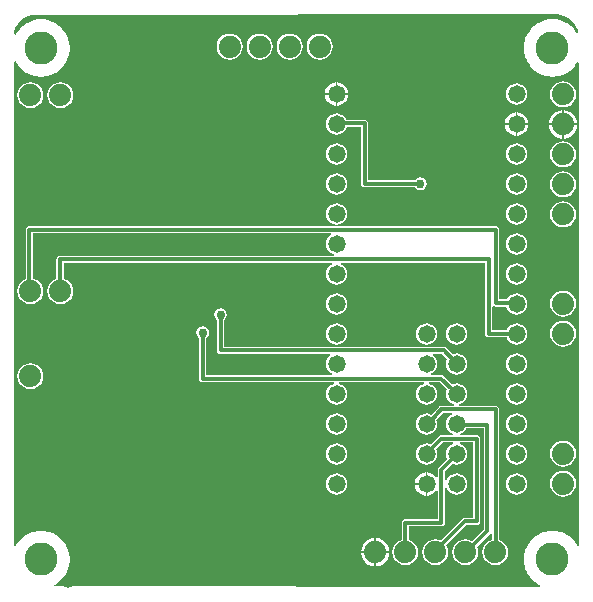
<source format=gbl>
G04*
G04 #@! TF.GenerationSoftware,Altium Limited,Altium Designer,21.6.1 (37)*
G04*
G04 Layer_Physical_Order=2*
G04 Layer_Color=16711680*
%FSLAX25Y25*%
%MOIN*%
G70*
G04*
G04 #@! TF.SameCoordinates,3D0E8F73-5774-4D33-84BA-408F2C82BF8C*
G04*
G04*
G04 #@! TF.FilePolarity,Positive*
G04*
G01*
G75*
%ADD29C,0.07400*%
%ADD30C,0.11024*%
%ADD31C,0.05800*%
%ADD32C,0.02362*%
%ADD33C,0.03937*%
%ADD34C,0.01181*%
%ADD35C,0.02978*%
G36*
X186319Y194474D02*
X187249Y194225D01*
X188138Y193856D01*
X188971Y193375D01*
X189735Y192789D01*
X190415Y192108D01*
X191001Y191345D01*
X191483Y190511D01*
X191851Y189622D01*
X192100Y188692D01*
X192111Y188608D01*
X191631Y188427D01*
X191101Y189220D01*
X190840Y189518D01*
X190599Y189831D01*
X189831Y190599D01*
X189518Y190840D01*
X189220Y191101D01*
X188317Y191704D01*
X187962Y191879D01*
X187620Y192077D01*
X186617Y192493D01*
X186234Y192595D01*
X185860Y192722D01*
X184795Y192934D01*
X184400Y192960D01*
X184008Y193011D01*
X182922D01*
X182530Y192960D01*
X182135Y192934D01*
X181070Y192722D01*
X180695Y192595D01*
X180313Y192493D01*
X179310Y192077D01*
X178967Y191879D01*
X178613Y191704D01*
X177710Y191101D01*
X177412Y190840D01*
X177099Y190599D01*
X176331Y189831D01*
X176090Y189518D01*
X175829Y189220D01*
X175226Y188317D01*
X175051Y187962D01*
X174853Y187620D01*
X174437Y186617D01*
X174335Y186234D01*
X174208Y185860D01*
X173996Y184795D01*
X173970Y184400D01*
X173918Y184008D01*
Y182922D01*
X173970Y182530D01*
X173996Y182135D01*
X174208Y181070D01*
X174335Y180695D01*
X174437Y180313D01*
X174853Y179310D01*
X175051Y178967D01*
X175226Y178613D01*
X175829Y177710D01*
X176090Y177412D01*
X176331Y177099D01*
X177099Y176331D01*
X177412Y176090D01*
X177710Y175829D01*
X178613Y175226D01*
X178967Y175051D01*
X179310Y174853D01*
X180313Y174437D01*
X180695Y174335D01*
X181070Y174208D01*
X182135Y173996D01*
X182530Y173970D01*
X182922Y173918D01*
X184008D01*
X184400Y173970D01*
X184795Y173996D01*
X185860Y174208D01*
X186234Y174335D01*
X186617Y174437D01*
X187620Y174853D01*
X187963Y175051D01*
X188317Y175226D01*
X189220Y175829D01*
X189518Y176090D01*
X189831Y176331D01*
X190599Y177099D01*
X190840Y177412D01*
X191101Y177710D01*
X191704Y178613D01*
X191738Y178682D01*
X192238Y178565D01*
X192473Y17461D01*
X191973Y17327D01*
X191879Y17490D01*
X191704Y17844D01*
X191101Y18747D01*
X190840Y19045D01*
X190599Y19358D01*
X189831Y20126D01*
X189518Y20367D01*
X189220Y20628D01*
X188317Y21231D01*
X187962Y21406D01*
X187620Y21604D01*
X186617Y22020D01*
X186234Y22122D01*
X185860Y22249D01*
X184795Y22461D01*
X184400Y22487D01*
X184008Y22538D01*
X182922D01*
X182530Y22487D01*
X182135Y22461D01*
X181070Y22249D01*
X180695Y22122D01*
X180313Y22020D01*
X179310Y21604D01*
X178967Y21406D01*
X178613Y21231D01*
X177710Y20628D01*
X177412Y20367D01*
X177099Y20126D01*
X176331Y19358D01*
X176090Y19045D01*
X175829Y18747D01*
X175226Y17844D01*
X175051Y17490D01*
X174853Y17147D01*
X174437Y16144D01*
X174335Y15762D01*
X174208Y15387D01*
X173996Y14322D01*
X173970Y13927D01*
X173918Y13535D01*
Y12449D01*
X173970Y12057D01*
X173996Y11662D01*
X174208Y10597D01*
X174335Y10222D01*
X174437Y9840D01*
X174853Y8837D01*
X175051Y8494D01*
X175226Y8140D01*
X175829Y7237D01*
X176090Y6939D01*
X176331Y6626D01*
X177099Y5858D01*
X177412Y5617D01*
X177710Y5356D01*
X178613Y4753D01*
X178967Y4578D01*
X179310Y4380D01*
X179404Y4341D01*
X179304Y3841D01*
X17537Y4028D01*
X17404Y4528D01*
X17490Y4578D01*
X17844Y4753D01*
X18747Y5356D01*
X19045Y5617D01*
X19358Y5858D01*
X20126Y6626D01*
X20367Y6939D01*
X20628Y7237D01*
X21231Y8140D01*
X21406Y8495D01*
X21604Y8837D01*
X22020Y9840D01*
X22122Y10222D01*
X22249Y10597D01*
X22461Y11662D01*
X22487Y12057D01*
X22538Y12449D01*
Y13535D01*
X22487Y13927D01*
X22461Y14322D01*
X22249Y15387D01*
X22122Y15762D01*
X22020Y16144D01*
X21604Y17147D01*
X21406Y17490D01*
X21231Y17844D01*
X20628Y18747D01*
X20367Y19045D01*
X20126Y19358D01*
X19358Y20126D01*
X19045Y20367D01*
X18747Y20628D01*
X17844Y21231D01*
X17490Y21406D01*
X17147Y21604D01*
X16144Y22020D01*
X15761Y22122D01*
X15387Y22249D01*
X14322Y22461D01*
X13927Y22487D01*
X13535Y22538D01*
X12449D01*
X12057Y22487D01*
X11662Y22461D01*
X10597Y22249D01*
X10222Y22122D01*
X9840Y22020D01*
X8837Y21604D01*
X8494Y21406D01*
X8140Y21231D01*
X7237Y20628D01*
X6939Y20367D01*
X6626Y20126D01*
X5858Y19358D01*
X5617Y19045D01*
X5356Y18747D01*
X4753Y17844D01*
X4578Y17490D01*
X4536Y17417D01*
X4036Y17551D01*
X4033Y178911D01*
X4533Y179045D01*
X4578Y178967D01*
X4753Y178613D01*
X5356Y177710D01*
X5617Y177412D01*
X5858Y177099D01*
X6626Y176331D01*
X6939Y176090D01*
X7237Y175829D01*
X8140Y175226D01*
X8495Y175051D01*
X8837Y174853D01*
X9840Y174437D01*
X10222Y174335D01*
X10597Y174208D01*
X11662Y173996D01*
X12057Y173970D01*
X12449Y173918D01*
X13535D01*
X13927Y173970D01*
X14322Y173996D01*
X15387Y174208D01*
X15762Y174335D01*
X16144Y174437D01*
X17147Y174853D01*
X17490Y175051D01*
X17844Y175226D01*
X18747Y175829D01*
X19045Y176090D01*
X19358Y176331D01*
X20126Y177099D01*
X20367Y177412D01*
X20628Y177710D01*
X21231Y178613D01*
X21406Y178967D01*
X21604Y179310D01*
X22020Y180313D01*
X22122Y180695D01*
X22249Y181070D01*
X22461Y182135D01*
X22487Y182530D01*
X22538Y182922D01*
Y184008D01*
X22487Y184400D01*
X22461Y184795D01*
X22249Y185860D01*
X22122Y186234D01*
X22020Y186617D01*
X21604Y187620D01*
X21406Y187963D01*
X21231Y188317D01*
X20628Y189220D01*
X20367Y189518D01*
X20126Y189831D01*
X19358Y190599D01*
X19045Y190840D01*
X18747Y191101D01*
X17844Y191704D01*
X17490Y191879D01*
X17147Y192077D01*
X16144Y192493D01*
X15761Y192595D01*
X15387Y192722D01*
X14322Y192934D01*
X13927Y192960D01*
X13535Y193011D01*
X12449D01*
X12057Y192960D01*
X11662Y192934D01*
X10597Y192722D01*
X10222Y192595D01*
X9840Y192493D01*
X8837Y192077D01*
X8494Y191879D01*
X8140Y191704D01*
X7237Y191101D01*
X6939Y190840D01*
X6626Y190599D01*
X5858Y189831D01*
X5617Y189518D01*
X5356Y189220D01*
X4753Y188317D01*
X4578Y187962D01*
X4533Y187885D01*
X4033Y188019D01*
X4033Y188116D01*
X4151Y189015D01*
X4386Y189891D01*
X4733Y190728D01*
X5187Y191514D01*
X5738Y192233D01*
X6380Y192874D01*
X7099Y193426D01*
X7885Y193880D01*
X8722Y194227D01*
X9598Y194462D01*
X10497Y194580D01*
X10951Y194580D01*
X10951Y194580D01*
X10951Y194580D01*
X184884Y194599D01*
X185364Y194599D01*
X186319Y194474D01*
D02*
G37*
%LPC*%
G36*
X105827Y188195D02*
X104704Y188048D01*
X103658Y187614D01*
X102760Y186925D01*
X102071Y186027D01*
X101637Y184981D01*
X101490Y183858D01*
X101637Y182736D01*
X102071Y181690D01*
X102760Y180791D01*
X103658Y180102D01*
X104704Y179669D01*
X105827Y179521D01*
X106949Y179669D01*
X107995Y180102D01*
X108894Y180791D01*
X109583Y181690D01*
X110016Y182736D01*
X110164Y183858D01*
X110016Y184981D01*
X109583Y186027D01*
X108894Y186925D01*
X107995Y187614D01*
X106949Y188048D01*
X105827Y188195D01*
D02*
G37*
G36*
X95827D02*
X94704Y188048D01*
X93658Y187614D01*
X92760Y186925D01*
X92071Y186027D01*
X91637Y184981D01*
X91490Y183858D01*
X91637Y182736D01*
X92071Y181690D01*
X92760Y180791D01*
X93658Y180102D01*
X94704Y179669D01*
X95827Y179521D01*
X96949Y179669D01*
X97995Y180102D01*
X98894Y180791D01*
X99583Y181690D01*
X100016Y182736D01*
X100164Y183858D01*
X100016Y184981D01*
X99583Y186027D01*
X98894Y186925D01*
X97995Y187614D01*
X96949Y188048D01*
X95827Y188195D01*
D02*
G37*
G36*
X85827D02*
X84704Y188048D01*
X83658Y187614D01*
X82760Y186925D01*
X82071Y186027D01*
X81638Y184981D01*
X81490Y183858D01*
X81638Y182736D01*
X82071Y181690D01*
X82760Y180791D01*
X83658Y180102D01*
X84704Y179669D01*
X85827Y179521D01*
X86949Y179669D01*
X87995Y180102D01*
X88894Y180791D01*
X89583Y181690D01*
X90016Y182736D01*
X90164Y183858D01*
X90016Y184981D01*
X89583Y186027D01*
X88894Y186925D01*
X87995Y187614D01*
X86949Y188048D01*
X85827Y188195D01*
D02*
G37*
G36*
X75827D02*
X74704Y188048D01*
X73658Y187614D01*
X72760Y186925D01*
X72071Y186027D01*
X71637Y184981D01*
X71490Y183858D01*
X71637Y182736D01*
X72071Y181690D01*
X72760Y180791D01*
X73658Y180102D01*
X74704Y179669D01*
X75827Y179521D01*
X76949Y179669D01*
X77995Y180102D01*
X78894Y180791D01*
X79583Y181690D01*
X80016Y182736D01*
X80164Y183858D01*
X80016Y184981D01*
X79583Y186027D01*
X78894Y186925D01*
X77995Y187614D01*
X76949Y188048D01*
X75827Y188195D01*
D02*
G37*
G36*
X111796Y172004D02*
Y168410D01*
X115390D01*
X115296Y169128D01*
X114903Y170077D01*
X114278Y170891D01*
X113463Y171517D01*
X112514Y171910D01*
X111796Y172004D01*
D02*
G37*
G36*
X111196D02*
X110478Y171910D01*
X109529Y171517D01*
X108714Y170891D01*
X108089Y170077D01*
X107696Y169128D01*
X107602Y168410D01*
X111196D01*
Y172004D01*
D02*
G37*
G36*
X171496Y171640D02*
X170582Y171520D01*
X169731Y171167D01*
X169000Y170606D01*
X168439Y169875D01*
X168086Y169024D01*
X167966Y168110D01*
X168086Y167196D01*
X168439Y166345D01*
X169000Y165614D01*
X169731Y165053D01*
X170582Y164700D01*
X171496Y164580D01*
X172410Y164700D01*
X173261Y165053D01*
X173992Y165614D01*
X174553Y166345D01*
X174906Y167196D01*
X175026Y168110D01*
X174906Y169024D01*
X174553Y169875D01*
X173992Y170606D01*
X173261Y171167D01*
X172410Y171520D01*
X171496Y171640D01*
D02*
G37*
G36*
X115390Y167810D02*
X111796D01*
Y164216D01*
X112514Y164310D01*
X113463Y164703D01*
X114278Y165329D01*
X114903Y166143D01*
X115296Y167092D01*
X115390Y167810D01*
D02*
G37*
G36*
X111196D02*
X107602D01*
X107696Y167092D01*
X108089Y166143D01*
X108714Y165329D01*
X109529Y164703D01*
X110478Y164310D01*
X111196Y164216D01*
Y167810D01*
D02*
G37*
G36*
X187008Y172290D02*
X185886Y172142D01*
X184839Y171709D01*
X183941Y171020D01*
X183252Y170122D01*
X182819Y169076D01*
X182671Y167953D01*
X182819Y166831D01*
X183252Y165784D01*
X183941Y164886D01*
X184839Y164197D01*
X185886Y163764D01*
X187008Y163616D01*
X188130Y163764D01*
X189176Y164197D01*
X190075Y164886D01*
X190764Y165784D01*
X191197Y166831D01*
X191345Y167953D01*
X191197Y169076D01*
X190764Y170122D01*
X190075Y171020D01*
X189176Y171709D01*
X188130Y172142D01*
X187008Y172290D01*
D02*
G37*
G36*
X19449Y172054D02*
X18327Y171906D01*
X17280Y171473D01*
X16382Y170784D01*
X15693Y169886D01*
X15260Y168840D01*
X15112Y167717D01*
X15260Y166595D01*
X15693Y165549D01*
X16382Y164650D01*
X17280Y163961D01*
X18327Y163528D01*
X19449Y163380D01*
X20572Y163528D01*
X21618Y163961D01*
X22516Y164650D01*
X23205Y165549D01*
X23638Y166595D01*
X23786Y167717D01*
X23638Y168840D01*
X23205Y169886D01*
X22516Y170784D01*
X21618Y171473D01*
X20572Y171906D01*
X19449Y172054D01*
D02*
G37*
G36*
X9449D02*
X8326Y171906D01*
X7281Y171473D01*
X6382Y170784D01*
X5693Y169886D01*
X5260Y168840D01*
X5112Y167717D01*
X5260Y166595D01*
X5693Y165549D01*
X6382Y164650D01*
X7281Y163961D01*
X8326Y163528D01*
X9449Y163380D01*
X10571Y163528D01*
X11618Y163961D01*
X12516Y164650D01*
X13205Y165549D01*
X13638Y166595D01*
X13786Y167717D01*
X13638Y168840D01*
X13205Y169886D01*
X12516Y170784D01*
X11618Y171473D01*
X10571Y171906D01*
X9449Y172054D01*
D02*
G37*
G36*
X171796Y162004D02*
Y158410D01*
X175390D01*
X175296Y159128D01*
X174903Y160077D01*
X174277Y160891D01*
X173463Y161517D01*
X172514Y161910D01*
X171796Y162004D01*
D02*
G37*
G36*
X171196D02*
X170478Y161910D01*
X169529Y161517D01*
X168714Y160891D01*
X168089Y160077D01*
X167696Y159128D01*
X167602Y158410D01*
X171196D01*
Y162004D01*
D02*
G37*
G36*
X187308Y162654D02*
Y158253D01*
X191709D01*
X191587Y159180D01*
X191113Y160323D01*
X190360Y161305D01*
X189378Y162058D01*
X188235Y162532D01*
X187308Y162654D01*
D02*
G37*
G36*
X186708D02*
X185781Y162532D01*
X184638Y162058D01*
X183656Y161305D01*
X182903Y160323D01*
X182429Y159180D01*
X182307Y158253D01*
X186708D01*
Y162654D01*
D02*
G37*
G36*
X175390Y157810D02*
X171796D01*
Y154216D01*
X172514Y154310D01*
X173463Y154703D01*
X174277Y155329D01*
X174903Y156143D01*
X175296Y157092D01*
X175390Y157810D01*
D02*
G37*
G36*
X171196D02*
X167602D01*
X167696Y157092D01*
X168089Y156143D01*
X168714Y155329D01*
X169529Y154703D01*
X170478Y154310D01*
X171196Y154216D01*
Y157810D01*
D02*
G37*
G36*
X191709Y157653D02*
X187308D01*
Y153252D01*
X188235Y153374D01*
X189378Y153848D01*
X190360Y154601D01*
X191113Y155583D01*
X191587Y156726D01*
X191709Y157653D01*
D02*
G37*
G36*
X186708D02*
X182307D01*
X182429Y156726D01*
X182903Y155583D01*
X183656Y154601D01*
X184638Y153848D01*
X185781Y153374D01*
X186708Y153252D01*
Y157653D01*
D02*
G37*
G36*
X171496Y151640D02*
X170582Y151520D01*
X169731Y151167D01*
X169000Y150606D01*
X168439Y149875D01*
X168086Y149024D01*
X167966Y148110D01*
X168086Y147196D01*
X168439Y146345D01*
X169000Y145614D01*
X169731Y145053D01*
X170582Y144700D01*
X171496Y144580D01*
X172410Y144700D01*
X173261Y145053D01*
X173992Y145614D01*
X174553Y146345D01*
X174906Y147196D01*
X175026Y148110D01*
X174906Y149024D01*
X174553Y149875D01*
X173992Y150606D01*
X173261Y151167D01*
X172410Y151520D01*
X171496Y151640D01*
D02*
G37*
G36*
X111496D02*
X110582Y151520D01*
X109731Y151167D01*
X109000Y150606D01*
X108439Y149875D01*
X108086Y149024D01*
X107966Y148110D01*
X108086Y147196D01*
X108439Y146345D01*
X109000Y145614D01*
X109731Y145053D01*
X110582Y144700D01*
X111496Y144580D01*
X112410Y144700D01*
X113261Y145053D01*
X113992Y145614D01*
X114553Y146345D01*
X114906Y147196D01*
X115026Y148110D01*
X114906Y149024D01*
X114553Y149875D01*
X113992Y150606D01*
X113261Y151167D01*
X112410Y151520D01*
X111496Y151640D01*
D02*
G37*
G36*
X187008Y152290D02*
X185886Y152142D01*
X184839Y151709D01*
X183941Y151020D01*
X183252Y150122D01*
X182819Y149075D01*
X182671Y147953D01*
X182819Y146830D01*
X183252Y145784D01*
X183941Y144886D01*
X184839Y144197D01*
X185886Y143764D01*
X187008Y143616D01*
X188130Y143764D01*
X189176Y144197D01*
X190075Y144886D01*
X190764Y145784D01*
X191197Y146830D01*
X191345Y147953D01*
X191197Y149075D01*
X190764Y150122D01*
X190075Y151020D01*
X189176Y151709D01*
X188130Y152142D01*
X187008Y152290D01*
D02*
G37*
G36*
X111496Y161640D02*
X110582Y161520D01*
X109731Y161167D01*
X109000Y160606D01*
X108439Y159875D01*
X108086Y159024D01*
X107966Y158110D01*
X108086Y157196D01*
X108439Y156345D01*
X109000Y155614D01*
X109731Y155053D01*
X110582Y154700D01*
X111496Y154580D01*
X112410Y154700D01*
X113261Y155053D01*
X113992Y155614D01*
X114553Y156345D01*
X114847Y157054D01*
X119652D01*
Y138189D01*
X119745Y137724D01*
X120008Y137331D01*
X120402Y137067D01*
X120866Y136975D01*
X137669D01*
X137864Y136683D01*
X138555Y136221D01*
X139370Y136059D01*
X140185Y136221D01*
X140876Y136683D01*
X141338Y137374D01*
X141500Y138189D01*
X141338Y139004D01*
X140876Y139695D01*
X140185Y140157D01*
X139370Y140319D01*
X138555Y140157D01*
X137864Y139695D01*
X137669Y139403D01*
X122080D01*
Y158268D01*
X121987Y158732D01*
X121724Y159126D01*
X121330Y159389D01*
X120866Y159482D01*
X114716D01*
X114553Y159875D01*
X113992Y160606D01*
X113261Y161167D01*
X112410Y161520D01*
X111496Y161640D01*
D02*
G37*
G36*
X171496Y141640D02*
X170582Y141520D01*
X169731Y141167D01*
X169000Y140606D01*
X168439Y139875D01*
X168086Y139024D01*
X167966Y138110D01*
X168086Y137196D01*
X168439Y136345D01*
X169000Y135614D01*
X169731Y135053D01*
X170582Y134700D01*
X171496Y134580D01*
X172410Y134700D01*
X173261Y135053D01*
X173992Y135614D01*
X174553Y136345D01*
X174906Y137196D01*
X175026Y138110D01*
X174906Y139024D01*
X174553Y139875D01*
X173992Y140606D01*
X173261Y141167D01*
X172410Y141520D01*
X171496Y141640D01*
D02*
G37*
G36*
X111496D02*
X110582Y141520D01*
X109731Y141167D01*
X109000Y140606D01*
X108439Y139875D01*
X108086Y139024D01*
X107966Y138110D01*
X108086Y137196D01*
X108439Y136345D01*
X109000Y135614D01*
X109731Y135053D01*
X110582Y134700D01*
X111496Y134580D01*
X112410Y134700D01*
X113261Y135053D01*
X113992Y135614D01*
X114553Y136345D01*
X114906Y137196D01*
X115026Y138110D01*
X114906Y139024D01*
X114553Y139875D01*
X113992Y140606D01*
X113261Y141167D01*
X112410Y141520D01*
X111496Y141640D01*
D02*
G37*
G36*
X187008Y142290D02*
X185886Y142142D01*
X184839Y141709D01*
X183941Y141020D01*
X183252Y140122D01*
X182819Y139076D01*
X182671Y137953D01*
X182819Y136830D01*
X183252Y135784D01*
X183941Y134886D01*
X184839Y134197D01*
X185886Y133764D01*
X187008Y133616D01*
X188130Y133764D01*
X189176Y134197D01*
X190075Y134886D01*
X190764Y135784D01*
X191197Y136830D01*
X191345Y137953D01*
X191197Y139076D01*
X190764Y140122D01*
X190075Y141020D01*
X189176Y141709D01*
X188130Y142142D01*
X187008Y142290D01*
D02*
G37*
G36*
X171496Y131640D02*
X170582Y131520D01*
X169731Y131167D01*
X169000Y130606D01*
X168439Y129875D01*
X168086Y129024D01*
X167966Y128110D01*
X168086Y127196D01*
X168439Y126345D01*
X169000Y125614D01*
X169731Y125053D01*
X170582Y124700D01*
X171496Y124580D01*
X172410Y124700D01*
X173261Y125053D01*
X173992Y125614D01*
X174553Y126345D01*
X174906Y127196D01*
X175026Y128110D01*
X174906Y129024D01*
X174553Y129875D01*
X173992Y130606D01*
X173261Y131167D01*
X172410Y131520D01*
X171496Y131640D01*
D02*
G37*
G36*
X111496D02*
X110582Y131520D01*
X109731Y131167D01*
X109000Y130606D01*
X108439Y129875D01*
X108086Y129024D01*
X107966Y128110D01*
X108086Y127196D01*
X108439Y126345D01*
X109000Y125614D01*
X109731Y125053D01*
X110582Y124700D01*
X111496Y124580D01*
X112410Y124700D01*
X113261Y125053D01*
X113992Y125614D01*
X114553Y126345D01*
X114906Y127196D01*
X115026Y128110D01*
X114906Y129024D01*
X114553Y129875D01*
X113992Y130606D01*
X113261Y131167D01*
X112410Y131520D01*
X111496Y131640D01*
D02*
G37*
G36*
X187008Y132290D02*
X185886Y132142D01*
X184839Y131709D01*
X183941Y131020D01*
X183252Y130122D01*
X182819Y129076D01*
X182671Y127953D01*
X182819Y126830D01*
X183252Y125784D01*
X183941Y124886D01*
X184839Y124197D01*
X185886Y123764D01*
X187008Y123616D01*
X188130Y123764D01*
X189176Y124197D01*
X190075Y124886D01*
X190764Y125784D01*
X191197Y126830D01*
X191345Y127953D01*
X191197Y129076D01*
X190764Y130122D01*
X190075Y131020D01*
X189176Y131709D01*
X188130Y132142D01*
X187008Y132290D01*
D02*
G37*
G36*
X171496Y121640D02*
X170582Y121520D01*
X169731Y121167D01*
X169000Y120606D01*
X168439Y119875D01*
X168086Y119024D01*
X167966Y118110D01*
X168086Y117196D01*
X168439Y116345D01*
X169000Y115614D01*
X169731Y115053D01*
X170582Y114700D01*
X171496Y114580D01*
X172410Y114700D01*
X173261Y115053D01*
X173992Y115614D01*
X174553Y116345D01*
X174906Y117196D01*
X175026Y118110D01*
X174906Y119024D01*
X174553Y119875D01*
X173992Y120606D01*
X173261Y121167D01*
X172410Y121520D01*
X171496Y121640D01*
D02*
G37*
G36*
Y111640D02*
X170582Y111520D01*
X169731Y111167D01*
X169000Y110606D01*
X168439Y109875D01*
X168086Y109024D01*
X167966Y108110D01*
X168086Y107196D01*
X168439Y106345D01*
X169000Y105614D01*
X169731Y105053D01*
X170582Y104700D01*
X171496Y104580D01*
X172410Y104700D01*
X173261Y105053D01*
X173992Y105614D01*
X174553Y106345D01*
X174906Y107196D01*
X175026Y108110D01*
X174906Y109024D01*
X174553Y109875D01*
X173992Y110606D01*
X173261Y111167D01*
X172410Y111520D01*
X171496Y111640D01*
D02*
G37*
G36*
X164567Y124049D02*
X9055D01*
X8591Y123957D01*
X8197Y123693D01*
X7933Y123300D01*
X7841Y122835D01*
Y106350D01*
X7281Y106118D01*
X6382Y105429D01*
X5693Y104531D01*
X5260Y103484D01*
X5112Y102362D01*
X5260Y101240D01*
X5693Y100193D01*
X6382Y99295D01*
X7281Y98606D01*
X8326Y98173D01*
X9449Y98025D01*
X10571Y98173D01*
X11618Y98606D01*
X12516Y99295D01*
X13205Y100193D01*
X13638Y101240D01*
X13786Y102362D01*
X13638Y103484D01*
X13205Y104531D01*
X12516Y105429D01*
X11618Y106118D01*
X10571Y106551D01*
X10269Y106591D01*
Y121621D01*
X109531D01*
X109658Y121334D01*
X109671Y121121D01*
X109000Y120606D01*
X108439Y119875D01*
X108086Y119024D01*
X107966Y118110D01*
X108086Y117196D01*
X108439Y116345D01*
X109000Y115614D01*
X109731Y115053D01*
X110582Y114700D01*
X110514Y114206D01*
X19291D01*
X18826Y114113D01*
X18433Y113850D01*
X18169Y113456D01*
X18077Y112992D01*
Y106448D01*
X17280Y106118D01*
X16382Y105429D01*
X15693Y104531D01*
X15260Y103484D01*
X15112Y102362D01*
X15260Y101240D01*
X15693Y100193D01*
X16382Y99295D01*
X17280Y98606D01*
X18327Y98173D01*
X19449Y98025D01*
X20572Y98173D01*
X21618Y98606D01*
X22516Y99295D01*
X23205Y100193D01*
X23638Y101240D01*
X23786Y102362D01*
X23638Y103484D01*
X23205Y104531D01*
X22516Y105429D01*
X21618Y106118D01*
X20572Y106551D01*
X20505Y106560D01*
Y111778D01*
X109899D01*
X109999Y111278D01*
X109731Y111167D01*
X109000Y110606D01*
X108439Y109875D01*
X108086Y109024D01*
X107966Y108110D01*
X108086Y107196D01*
X108439Y106345D01*
X109000Y105614D01*
X109731Y105053D01*
X110582Y104700D01*
X111496Y104580D01*
X112410Y104700D01*
X113261Y105053D01*
X113992Y105614D01*
X114553Y106345D01*
X114906Y107196D01*
X115026Y108110D01*
X114906Y109024D01*
X114553Y109875D01*
X113992Y110606D01*
X113261Y111167D01*
X112993Y111278D01*
X113093Y111778D01*
X160991D01*
Y88189D01*
X161083Y87725D01*
X161347Y87331D01*
X161741Y87068D01*
X162205Y86975D01*
X168178D01*
X168439Y86345D01*
X169000Y85614D01*
X169731Y85053D01*
X170582Y84700D01*
X171496Y84580D01*
X172410Y84700D01*
X173261Y85053D01*
X173992Y85614D01*
X174553Y86345D01*
X174906Y87196D01*
X175026Y88110D01*
X174906Y89024D01*
X174553Y89875D01*
X173992Y90606D01*
X173261Y91167D01*
X172410Y91520D01*
X171496Y91640D01*
X170582Y91520D01*
X169731Y91167D01*
X169000Y90606D01*
X168439Y89875D01*
X168243Y89403D01*
X163419D01*
Y97169D01*
X163919Y97426D01*
X164102Y97303D01*
X164567Y97211D01*
X168084D01*
X168086Y97196D01*
X168439Y96345D01*
X169000Y95614D01*
X169731Y95053D01*
X170582Y94700D01*
X171496Y94580D01*
X172410Y94700D01*
X173261Y95053D01*
X173992Y95614D01*
X174553Y96345D01*
X174906Y97196D01*
X175026Y98110D01*
X174906Y99024D01*
X174553Y99875D01*
X173992Y100606D01*
X173261Y101167D01*
X172410Y101520D01*
X171496Y101640D01*
X170582Y101520D01*
X169731Y101167D01*
X169000Y100606D01*
X168439Y99875D01*
X168341Y99639D01*
X165781D01*
Y122835D01*
X165689Y123300D01*
X165425Y123693D01*
X165032Y123957D01*
X164567Y124049D01*
D02*
G37*
G36*
X111496Y101640D02*
X110582Y101520D01*
X109731Y101167D01*
X109000Y100606D01*
X108439Y99875D01*
X108086Y99024D01*
X107966Y98110D01*
X108086Y97196D01*
X108439Y96345D01*
X109000Y95614D01*
X109731Y95053D01*
X110582Y94700D01*
X111496Y94580D01*
X112410Y94700D01*
X113261Y95053D01*
X113992Y95614D01*
X114553Y96345D01*
X114906Y97196D01*
X115026Y98110D01*
X114906Y99024D01*
X114553Y99875D01*
X113992Y100606D01*
X113261Y101167D01*
X112410Y101520D01*
X111496Y101640D01*
D02*
G37*
G36*
X187008Y102526D02*
X185886Y102378D01*
X184839Y101945D01*
X183941Y101256D01*
X183252Y100358D01*
X182819Y99312D01*
X182671Y98189D01*
X182819Y97066D01*
X183252Y96021D01*
X183941Y95122D01*
X184839Y94433D01*
X185886Y94000D01*
X187008Y93852D01*
X188130Y94000D01*
X189176Y94433D01*
X190075Y95122D01*
X190764Y96021D01*
X191197Y97066D01*
X191345Y98189D01*
X191197Y99312D01*
X190764Y100358D01*
X190075Y101256D01*
X189176Y101945D01*
X188130Y102378D01*
X187008Y102526D01*
D02*
G37*
G36*
X151496Y91640D02*
X150582Y91520D01*
X149731Y91167D01*
X149000Y90606D01*
X148439Y89875D01*
X148086Y89024D01*
X147966Y88110D01*
X148086Y87196D01*
X148439Y86345D01*
X149000Y85614D01*
X149731Y85053D01*
X150582Y84700D01*
X151496Y84580D01*
X152410Y84700D01*
X153261Y85053D01*
X153992Y85614D01*
X154553Y86345D01*
X154906Y87196D01*
X155026Y88110D01*
X154906Y89024D01*
X154553Y89875D01*
X153992Y90606D01*
X153261Y91167D01*
X152410Y91520D01*
X151496Y91640D01*
D02*
G37*
G36*
X141496D02*
X140582Y91520D01*
X139731Y91167D01*
X139000Y90606D01*
X138439Y89875D01*
X138086Y89024D01*
X137966Y88110D01*
X138086Y87196D01*
X138439Y86345D01*
X139000Y85614D01*
X139731Y85053D01*
X140582Y84700D01*
X141496Y84580D01*
X142410Y84700D01*
X143261Y85053D01*
X143992Y85614D01*
X144553Y86345D01*
X144906Y87196D01*
X145026Y88110D01*
X144906Y89024D01*
X144553Y89875D01*
X143992Y90606D01*
X143261Y91167D01*
X142410Y91520D01*
X141496Y91640D01*
D02*
G37*
G36*
X111496D02*
X110582Y91520D01*
X109731Y91167D01*
X109000Y90606D01*
X108439Y89875D01*
X108086Y89024D01*
X107966Y88110D01*
X108086Y87196D01*
X108439Y86345D01*
X109000Y85614D01*
X109731Y85053D01*
X110582Y84700D01*
X111496Y84580D01*
X112410Y84700D01*
X113261Y85053D01*
X113992Y85614D01*
X114553Y86345D01*
X114906Y87196D01*
X115026Y88110D01*
X114906Y89024D01*
X114553Y89875D01*
X113992Y90606D01*
X113261Y91167D01*
X112410Y91520D01*
X111496Y91640D01*
D02*
G37*
G36*
X187008Y92526D02*
X185886Y92378D01*
X184839Y91945D01*
X183941Y91256D01*
X183252Y90358D01*
X182819Y89311D01*
X182671Y88189D01*
X182819Y87067D01*
X183252Y86020D01*
X183941Y85122D01*
X184839Y84433D01*
X185886Y84000D01*
X187008Y83852D01*
X188130Y84000D01*
X189176Y84433D01*
X190075Y85122D01*
X190764Y86020D01*
X191197Y87067D01*
X191345Y88189D01*
X191197Y89311D01*
X190764Y90358D01*
X190075Y91256D01*
X189176Y91945D01*
X188130Y92378D01*
X187008Y92526D01*
D02*
G37*
G36*
X171496Y81640D02*
X170582Y81520D01*
X169731Y81167D01*
X169000Y80606D01*
X168439Y79875D01*
X168086Y79024D01*
X167966Y78110D01*
X168086Y77196D01*
X168439Y76345D01*
X169000Y75614D01*
X169731Y75053D01*
X170582Y74700D01*
X171496Y74580D01*
X172410Y74700D01*
X173261Y75053D01*
X173992Y75614D01*
X174553Y76345D01*
X174906Y77196D01*
X175026Y78110D01*
X174906Y79024D01*
X174553Y79875D01*
X173992Y80606D01*
X173261Y81167D01*
X172410Y81520D01*
X171496Y81640D01*
D02*
G37*
G36*
X72835Y96618D02*
X72020Y96456D01*
X71329Y95994D01*
X70867Y95303D01*
X70705Y94488D01*
X70867Y93673D01*
X71329Y92982D01*
X71621Y92787D01*
Y82677D01*
X71714Y82213D01*
X71977Y81819D01*
X72370Y81555D01*
X72835Y81463D01*
X109295D01*
X109465Y80963D01*
X109000Y80606D01*
X108439Y79875D01*
X108086Y79024D01*
X107966Y78110D01*
X108086Y77196D01*
X108439Y76345D01*
X109000Y75614D01*
X109731Y75053D01*
X109999Y74942D01*
X109899Y74442D01*
X68143D01*
Y86882D01*
X68435Y87077D01*
X68897Y87768D01*
X69059Y88583D01*
X68897Y89398D01*
X68435Y90089D01*
X67744Y90551D01*
X66929Y90713D01*
X66114Y90551D01*
X65423Y90089D01*
X64961Y89398D01*
X64799Y88583D01*
X64961Y87768D01*
X65423Y87077D01*
X65715Y86882D01*
Y73228D01*
X65807Y72764D01*
X66071Y72370D01*
X66465Y72106D01*
X66929Y72014D01*
X110514D01*
X110582Y71520D01*
X109731Y71167D01*
X109000Y70606D01*
X108439Y69875D01*
X108086Y69024D01*
X107966Y68110D01*
X108086Y67196D01*
X108439Y66345D01*
X109000Y65614D01*
X109731Y65053D01*
X110582Y64700D01*
X111496Y64580D01*
X112410Y64700D01*
X113261Y65053D01*
X113992Y65614D01*
X114553Y66345D01*
X114906Y67196D01*
X115026Y68110D01*
X114906Y69024D01*
X114553Y69875D01*
X113992Y70606D01*
X113261Y71167D01*
X112410Y71520D01*
X112478Y72014D01*
X140515D01*
X140582Y71520D01*
X139731Y71167D01*
X139000Y70606D01*
X138439Y69875D01*
X138086Y69024D01*
X137966Y68110D01*
X138086Y67196D01*
X138439Y66345D01*
X139000Y65614D01*
X139731Y65053D01*
X140582Y64700D01*
X141496Y64580D01*
X142410Y64700D01*
X143261Y65053D01*
X143992Y65614D01*
X144553Y66345D01*
X144906Y67196D01*
X145026Y68110D01*
X144906Y69024D01*
X144553Y69875D01*
X143992Y70606D01*
X143261Y71167D01*
X142410Y71520D01*
X142478Y72014D01*
X145954D01*
X148338Y69631D01*
X148086Y69024D01*
X147966Y68110D01*
X148086Y67196D01*
X148439Y66345D01*
X149000Y65614D01*
X149731Y65053D01*
X150582Y64700D01*
X150514Y64206D01*
X146457D01*
X146422Y64199D01*
X146386Y64204D01*
X146190Y64153D01*
X145993Y64113D01*
X145963Y64093D01*
X145928Y64084D01*
X145767Y63963D01*
X145599Y63850D01*
X145579Y63820D01*
X145550Y63799D01*
X143224Y61183D01*
X142410Y61520D01*
X141496Y61640D01*
X140582Y61520D01*
X139731Y61167D01*
X139000Y60606D01*
X138439Y59875D01*
X138086Y59024D01*
X137966Y58110D01*
X138086Y57196D01*
X138439Y56345D01*
X139000Y55614D01*
X139731Y55053D01*
X140582Y54700D01*
X141496Y54580D01*
X142410Y54700D01*
X143261Y55053D01*
X143992Y55614D01*
X144553Y56345D01*
X144906Y57196D01*
X145026Y58110D01*
X144906Y59024D01*
X144794Y59294D01*
X147002Y61778D01*
X149899D01*
X149999Y61278D01*
X149731Y61167D01*
X149000Y60606D01*
X148439Y59875D01*
X148086Y59024D01*
X147966Y58110D01*
X148086Y57196D01*
X148439Y56345D01*
X149000Y55614D01*
X149731Y55053D01*
X150187Y54864D01*
X150087Y54364D01*
X146457D01*
X145993Y54272D01*
X145599Y54008D01*
X145599Y54008D01*
X142905Y51315D01*
X142410Y51520D01*
X141496Y51640D01*
X140582Y51520D01*
X139731Y51167D01*
X139000Y50606D01*
X138439Y49875D01*
X138086Y49024D01*
X137966Y48110D01*
X138086Y47196D01*
X138439Y46345D01*
X139000Y45614D01*
X139731Y45053D01*
X140582Y44700D01*
X141496Y44580D01*
X142410Y44700D01*
X143261Y45053D01*
X143992Y45614D01*
X144553Y46345D01*
X144906Y47196D01*
X145026Y48110D01*
X144906Y49024D01*
X144654Y49631D01*
X146960Y51936D01*
X150281D01*
X150380Y51436D01*
X149731Y51167D01*
X149000Y50606D01*
X148439Y49875D01*
X148086Y49024D01*
X147966Y48110D01*
X148086Y47196D01*
X148361Y46534D01*
X145599Y43771D01*
X145599Y43771D01*
X145599Y43771D01*
X145598Y43771D01*
X145474Y43585D01*
X145335Y43378D01*
X145335Y43377D01*
X145335Y43377D01*
X145279Y43091D01*
X145243Y42913D01*
Y42913D01*
X145243Y42913D01*
X145243Y42913D01*
Y40454D01*
X144743Y40285D01*
X144278Y40892D01*
X143463Y41517D01*
X142514Y41910D01*
X141796Y42004D01*
Y38110D01*
Y34216D01*
X142514Y34310D01*
X143463Y34703D01*
X144278Y35329D01*
X144743Y35935D01*
X145243Y35766D01*
Y26411D01*
X134449D01*
X133984Y26318D01*
X133591Y26055D01*
X133327Y25662D01*
X133235Y25197D01*
Y19522D01*
X132240Y19110D01*
X131342Y18421D01*
X130653Y17523D01*
X130220Y16477D01*
X130072Y15354D01*
X130220Y14232D01*
X130653Y13185D01*
X131342Y12287D01*
X132240Y11598D01*
X133286Y11165D01*
X134409Y11017D01*
X135531Y11165D01*
X136577Y11598D01*
X137476Y12287D01*
X138165Y13185D01*
X138598Y14232D01*
X138746Y15354D01*
X138598Y16477D01*
X138165Y17523D01*
X137476Y18421D01*
X136577Y19110D01*
X135663Y19489D01*
Y23983D01*
X146457D01*
X146922Y24076D01*
X147315Y24339D01*
X147579Y24733D01*
X147671Y25197D01*
Y36892D01*
X148171Y36992D01*
X148439Y36345D01*
X149000Y35614D01*
X149731Y35053D01*
X150582Y34700D01*
X151496Y34580D01*
X152410Y34700D01*
X153261Y35053D01*
X153992Y35614D01*
X154553Y36345D01*
X154906Y37196D01*
X155026Y38110D01*
X154906Y39024D01*
X154553Y39875D01*
X153992Y40606D01*
X153261Y41167D01*
X152410Y41520D01*
X151496Y41640D01*
X150582Y41520D01*
X149731Y41167D01*
X149000Y40606D01*
X148439Y39875D01*
X148171Y39228D01*
X147671Y39328D01*
Y42410D01*
X150142Y44882D01*
X150582Y44700D01*
X151496Y44580D01*
X152410Y44700D01*
X153261Y45053D01*
X153992Y45614D01*
X154553Y46345D01*
X154906Y47196D01*
X155026Y48110D01*
X154906Y49024D01*
X154553Y49875D01*
X153992Y50606D01*
X153261Y51167D01*
X152612Y51436D01*
X152711Y51936D01*
X157054D01*
Y26805D01*
X154331D01*
X154331Y26805D01*
X153867Y26713D01*
X153473Y26449D01*
X153473Y26449D01*
X146264Y19240D01*
X145531Y19543D01*
X144409Y19691D01*
X143287Y19543D01*
X142241Y19110D01*
X141342Y18421D01*
X140653Y17523D01*
X140220Y16477D01*
X140072Y15354D01*
X140220Y14232D01*
X140653Y13185D01*
X141342Y12287D01*
X142241Y11598D01*
X143287Y11165D01*
X144409Y11017D01*
X145531Y11165D01*
X146578Y11598D01*
X147476Y12287D01*
X148165Y13185D01*
X148598Y14232D01*
X148746Y15354D01*
X148598Y16477D01*
X148165Y17523D01*
X148084Y17628D01*
X154834Y24377D01*
X158268D01*
X158732Y24469D01*
X159126Y24733D01*
X159389Y25126D01*
X159482Y25591D01*
Y53150D01*
X159389Y53614D01*
X159126Y54008D01*
X158732Y54272D01*
X158268Y54364D01*
X152904D01*
X152805Y54864D01*
X153261Y55053D01*
X153992Y55614D01*
X154553Y56345D01*
X154684Y56660D01*
X160597D01*
Y22944D01*
X156683Y19029D01*
X156578Y19110D01*
X155532Y19543D01*
X154409Y19691D01*
X153287Y19543D01*
X152241Y19110D01*
X151342Y18421D01*
X150653Y17523D01*
X150220Y16477D01*
X150072Y15354D01*
X150220Y14232D01*
X150653Y13185D01*
X151342Y12287D01*
X152241Y11598D01*
X153287Y11165D01*
X154409Y11017D01*
X155532Y11165D01*
X156578Y11598D01*
X157476Y12287D01*
X158165Y13185D01*
X158598Y14232D01*
X158746Y15354D01*
X158598Y16477D01*
X158295Y17209D01*
X162669Y21583D01*
X162669Y21583D01*
X162853Y21858D01*
X163353Y21723D01*
Y19552D01*
X163286Y19543D01*
X162241Y19110D01*
X161342Y18421D01*
X160653Y17523D01*
X160220Y16477D01*
X160072Y15354D01*
X160220Y14232D01*
X160653Y13185D01*
X161342Y12287D01*
X162241Y11598D01*
X163286Y11165D01*
X164409Y11017D01*
X165532Y11165D01*
X166577Y11598D01*
X167476Y12287D01*
X168165Y13185D01*
X168598Y14232D01*
X168746Y15354D01*
X168598Y16477D01*
X168165Y17523D01*
X167476Y18421D01*
X166577Y19110D01*
X165781Y19440D01*
Y62992D01*
X165689Y63456D01*
X165425Y63850D01*
X165032Y64113D01*
X164567Y64206D01*
X152478D01*
X152410Y64700D01*
X153261Y65053D01*
X153992Y65614D01*
X154553Y66345D01*
X154906Y67196D01*
X155026Y68110D01*
X154906Y69024D01*
X154553Y69875D01*
X153992Y70606D01*
X153261Y71167D01*
X152410Y71520D01*
X151496Y71640D01*
X150582Y71520D01*
X150087Y71315D01*
X147315Y74086D01*
X146922Y74349D01*
X146457Y74442D01*
X146457Y74442D01*
X143093D01*
X142993Y74942D01*
X143261Y75053D01*
X143992Y75614D01*
X144553Y76345D01*
X144906Y77196D01*
X145026Y78110D01*
X144906Y79024D01*
X144553Y79875D01*
X143992Y80606D01*
X143527Y80963D01*
X143697Y81463D01*
X146741D01*
X148407Y79798D01*
X148086Y79024D01*
X147966Y78110D01*
X148086Y77196D01*
X148439Y76345D01*
X149000Y75614D01*
X149731Y75053D01*
X150582Y74700D01*
X151496Y74580D01*
X152410Y74700D01*
X153261Y75053D01*
X153992Y75614D01*
X154553Y76345D01*
X154906Y77196D01*
X155026Y78110D01*
X154906Y79024D01*
X154553Y79875D01*
X153992Y80606D01*
X153261Y81167D01*
X152410Y81520D01*
X151496Y81640D01*
X150582Y81520D01*
X150254Y81384D01*
X148102Y83535D01*
X148102Y83535D01*
X148102Y83535D01*
X148102Y83535D01*
X147915Y83661D01*
X147708Y83798D01*
X147708Y83798D01*
X147708Y83799D01*
X147423Y83855D01*
X147244Y83891D01*
X147244D01*
X147244Y83891D01*
X147244Y83891D01*
X74049D01*
Y92787D01*
X74341Y92982D01*
X74803Y93673D01*
X74965Y94488D01*
X74803Y95303D01*
X74341Y95994D01*
X73650Y96456D01*
X72835Y96618D01*
D02*
G37*
G36*
X9449Y78353D02*
X8326Y78205D01*
X7281Y77772D01*
X6382Y77083D01*
X5693Y76185D01*
X5260Y75138D01*
X5112Y74016D01*
X5260Y72894D01*
X5693Y71847D01*
X6382Y70949D01*
X7281Y70260D01*
X8326Y69827D01*
X9449Y69679D01*
X10571Y69827D01*
X11618Y70260D01*
X12516Y70949D01*
X13205Y71847D01*
X13638Y72894D01*
X13786Y74016D01*
X13638Y75138D01*
X13205Y76185D01*
X12516Y77083D01*
X11618Y77772D01*
X10571Y78205D01*
X9449Y78353D01*
D02*
G37*
G36*
X171496Y71640D02*
X170582Y71520D01*
X169731Y71167D01*
X169000Y70606D01*
X168439Y69875D01*
X168086Y69024D01*
X167966Y68110D01*
X168086Y67196D01*
X168439Y66345D01*
X169000Y65614D01*
X169731Y65053D01*
X170582Y64700D01*
X171496Y64580D01*
X172410Y64700D01*
X173261Y65053D01*
X173992Y65614D01*
X174553Y66345D01*
X174906Y67196D01*
X175026Y68110D01*
X174906Y69024D01*
X174553Y69875D01*
X173992Y70606D01*
X173261Y71167D01*
X172410Y71520D01*
X171496Y71640D01*
D02*
G37*
G36*
Y61640D02*
X170582Y61520D01*
X169731Y61167D01*
X169000Y60606D01*
X168439Y59875D01*
X168086Y59024D01*
X167966Y58110D01*
X168086Y57196D01*
X168439Y56345D01*
X169000Y55614D01*
X169731Y55053D01*
X170582Y54700D01*
X171496Y54580D01*
X172410Y54700D01*
X173261Y55053D01*
X173992Y55614D01*
X174553Y56345D01*
X174906Y57196D01*
X175026Y58110D01*
X174906Y59024D01*
X174553Y59875D01*
X173992Y60606D01*
X173261Y61167D01*
X172410Y61520D01*
X171496Y61640D01*
D02*
G37*
G36*
X111496D02*
X110582Y61520D01*
X109731Y61167D01*
X109000Y60606D01*
X108439Y59875D01*
X108086Y59024D01*
X107966Y58110D01*
X108086Y57196D01*
X108439Y56345D01*
X109000Y55614D01*
X109731Y55053D01*
X110582Y54700D01*
X111496Y54580D01*
X112410Y54700D01*
X113261Y55053D01*
X113992Y55614D01*
X114553Y56345D01*
X114906Y57196D01*
X115026Y58110D01*
X114906Y59024D01*
X114553Y59875D01*
X113992Y60606D01*
X113261Y61167D01*
X112410Y61520D01*
X111496Y61640D01*
D02*
G37*
G36*
X171496Y51640D02*
X170582Y51520D01*
X169731Y51167D01*
X169000Y50606D01*
X168439Y49875D01*
X168086Y49024D01*
X167966Y48110D01*
X168086Y47196D01*
X168439Y46345D01*
X169000Y45614D01*
X169731Y45053D01*
X170582Y44700D01*
X171496Y44580D01*
X172410Y44700D01*
X173261Y45053D01*
X173992Y45614D01*
X174553Y46345D01*
X174906Y47196D01*
X175026Y48110D01*
X174906Y49024D01*
X174553Y49875D01*
X173992Y50606D01*
X173261Y51167D01*
X172410Y51520D01*
X171496Y51640D01*
D02*
G37*
G36*
X111496D02*
X110582Y51520D01*
X109731Y51167D01*
X109000Y50606D01*
X108439Y49875D01*
X108086Y49024D01*
X107966Y48110D01*
X108086Y47196D01*
X108439Y46345D01*
X109000Y45614D01*
X109731Y45053D01*
X110582Y44700D01*
X111496Y44580D01*
X112410Y44700D01*
X113261Y45053D01*
X113992Y45614D01*
X114553Y46345D01*
X114906Y47196D01*
X115026Y48110D01*
X114906Y49024D01*
X114553Y49875D01*
X113992Y50606D01*
X113261Y51167D01*
X112410Y51520D01*
X111496Y51640D01*
D02*
G37*
G36*
X187008Y52526D02*
X185886Y52378D01*
X184839Y51945D01*
X183941Y51256D01*
X183252Y50358D01*
X182819Y49312D01*
X182671Y48189D01*
X182819Y47067D01*
X183252Y46020D01*
X183941Y45122D01*
X184839Y44433D01*
X185886Y44000D01*
X187008Y43852D01*
X188130Y44000D01*
X189176Y44433D01*
X190075Y45122D01*
X190764Y46020D01*
X191197Y47067D01*
X191345Y48189D01*
X191197Y49312D01*
X190764Y50358D01*
X190075Y51256D01*
X189176Y51945D01*
X188130Y52378D01*
X187008Y52526D01*
D02*
G37*
G36*
X141196Y42004D02*
X140478Y41910D01*
X139529Y41517D01*
X138715Y40892D01*
X138089Y40077D01*
X137696Y39128D01*
X137602Y38410D01*
X141196D01*
Y42004D01*
D02*
G37*
G36*
X171496Y41640D02*
X170582Y41520D01*
X169731Y41167D01*
X169000Y40606D01*
X168439Y39875D01*
X168086Y39024D01*
X167966Y38110D01*
X168086Y37196D01*
X168439Y36345D01*
X169000Y35614D01*
X169731Y35053D01*
X170582Y34700D01*
X171496Y34580D01*
X172410Y34700D01*
X173261Y35053D01*
X173992Y35614D01*
X174553Y36345D01*
X174906Y37196D01*
X175026Y38110D01*
X174906Y39024D01*
X174553Y39875D01*
X173992Y40606D01*
X173261Y41167D01*
X172410Y41520D01*
X171496Y41640D01*
D02*
G37*
G36*
X111496D02*
X110582Y41520D01*
X109731Y41167D01*
X109000Y40606D01*
X108439Y39875D01*
X108086Y39024D01*
X107966Y38110D01*
X108086Y37196D01*
X108439Y36345D01*
X109000Y35614D01*
X109731Y35053D01*
X110582Y34700D01*
X111496Y34580D01*
X112410Y34700D01*
X113261Y35053D01*
X113992Y35614D01*
X114553Y36345D01*
X114906Y37196D01*
X115026Y38110D01*
X114906Y39024D01*
X114553Y39875D01*
X113992Y40606D01*
X113261Y41167D01*
X112410Y41520D01*
X111496Y41640D01*
D02*
G37*
G36*
X141196Y37810D02*
X137602D01*
X137696Y37092D01*
X138089Y36143D01*
X138715Y35329D01*
X139529Y34703D01*
X140478Y34310D01*
X141196Y34216D01*
Y37810D01*
D02*
G37*
G36*
X187008Y42526D02*
X185886Y42378D01*
X184839Y41945D01*
X183941Y41256D01*
X183252Y40358D01*
X182819Y39312D01*
X182671Y38189D01*
X182819Y37067D01*
X183252Y36020D01*
X183941Y35122D01*
X184839Y34433D01*
X185886Y34000D01*
X187008Y33852D01*
X188130Y34000D01*
X189176Y34433D01*
X190075Y35122D01*
X190764Y36020D01*
X191197Y37067D01*
X191345Y38189D01*
X191197Y39312D01*
X190764Y40358D01*
X190075Y41256D01*
X189176Y41945D01*
X188130Y42378D01*
X187008Y42526D01*
D02*
G37*
G36*
X124709Y20055D02*
Y15654D01*
X129110D01*
X128988Y16581D01*
X128515Y17724D01*
X127761Y18706D01*
X126779Y19459D01*
X125636Y19933D01*
X124709Y20055D01*
D02*
G37*
G36*
X124109D02*
X123182Y19933D01*
X122039Y19459D01*
X121057Y18706D01*
X120303Y17724D01*
X119830Y16581D01*
X119708Y15654D01*
X124109D01*
Y20055D01*
D02*
G37*
G36*
X129110Y15054D02*
X124709D01*
Y10653D01*
X125636Y10775D01*
X126779Y11249D01*
X127761Y12002D01*
X128515Y12984D01*
X128988Y14127D01*
X129110Y15054D01*
D02*
G37*
G36*
X124109D02*
X119708D01*
X119830Y14127D01*
X120303Y12984D01*
X121057Y12002D01*
X122039Y11249D01*
X123182Y10775D01*
X124109Y10653D01*
Y15054D01*
D02*
G37*
%LPD*%
D29*
X105827Y183858D02*
D03*
X95827D02*
D03*
X85827D02*
D03*
X75827D02*
D03*
X124409Y15354D02*
D03*
X134409D02*
D03*
X144409D02*
D03*
X154409D02*
D03*
X164409D02*
D03*
X9449Y74016D02*
D03*
Y102362D02*
D03*
X19449D02*
D03*
X9449Y167717D02*
D03*
X19449D02*
D03*
X187008Y38189D02*
D03*
Y48189D02*
D03*
Y88189D02*
D03*
Y98189D02*
D03*
Y127953D02*
D03*
Y137953D02*
D03*
Y147953D02*
D03*
Y157953D02*
D03*
Y167953D02*
D03*
D30*
X12992Y12992D02*
D03*
Y183465D02*
D03*
X183465Y12992D02*
D03*
Y183465D02*
D03*
D31*
X111496Y148110D02*
D03*
Y138110D02*
D03*
Y128110D02*
D03*
Y118110D02*
D03*
Y108110D02*
D03*
Y98110D02*
D03*
Y88110D02*
D03*
Y78110D02*
D03*
Y68110D02*
D03*
Y58110D02*
D03*
Y48110D02*
D03*
Y38110D02*
D03*
X171496D02*
D03*
Y48110D02*
D03*
Y58110D02*
D03*
Y68110D02*
D03*
Y78110D02*
D03*
Y88110D02*
D03*
Y98110D02*
D03*
Y108110D02*
D03*
Y118110D02*
D03*
Y128110D02*
D03*
Y138110D02*
D03*
X111496Y158110D02*
D03*
X171496Y148110D02*
D03*
Y168110D02*
D03*
X151496Y48110D02*
D03*
Y58110D02*
D03*
Y68110D02*
D03*
Y78110D02*
D03*
Y88110D02*
D03*
X141496Y48110D02*
D03*
Y58110D02*
D03*
Y68110D02*
D03*
Y78110D02*
D03*
Y88110D02*
D03*
X151496Y38110D02*
D03*
X171496Y158110D02*
D03*
X111496Y168110D02*
D03*
X141496Y38110D02*
D03*
D32*
X39370Y172441D02*
D03*
D33*
X22000Y5500D02*
D03*
X6400Y24500D02*
D03*
X125800Y58200D02*
D03*
X23700Y190100D02*
D03*
X189700Y23900D02*
D03*
X174700Y5600D02*
D03*
X171700Y190000D02*
D03*
D34*
X66929Y73228D02*
Y87402D01*
X72835Y82677D02*
Y93307D01*
Y82677D02*
X147244D01*
X134449Y17323D02*
Y25197D01*
X146457D01*
X66929Y73228D02*
X146457D01*
X142913Y49606D02*
X146457Y53150D01*
X143307Y59449D02*
X146457Y62992D01*
Y25197D02*
Y42913D01*
X150000Y46457D01*
X146457Y17717D02*
X154331Y25591D01*
X146457Y53150D02*
X158268D01*
X146457Y62992D02*
X164567D01*
X154331Y25591D02*
X158268D01*
X153937Y57874D02*
X161811D01*
X158268Y25591D02*
Y53150D01*
X156693Y17323D02*
X161811Y22441D01*
Y57874D01*
X164567Y17717D02*
Y62992D01*
X146457Y73228D02*
X150000Y69685D01*
X147244Y82677D02*
X150394Y79528D01*
X162205Y88189D02*
Y112992D01*
X164567Y98425D02*
Y122835D01*
X162205Y88189D02*
X169291D01*
X164567Y98425D02*
X169291D01*
X9055Y104724D02*
Y122835D01*
X164567D01*
X19291Y104724D02*
Y112992D01*
X120866Y138189D02*
X139370D01*
X19291Y112992D02*
X162205D01*
X120866Y138189D02*
Y158268D01*
X113386D02*
X120866D01*
D35*
X56299Y88189D02*
D03*
X66929Y88583D02*
D03*
X72835Y94488D02*
D03*
X139370Y138189D02*
D03*
M02*

</source>
